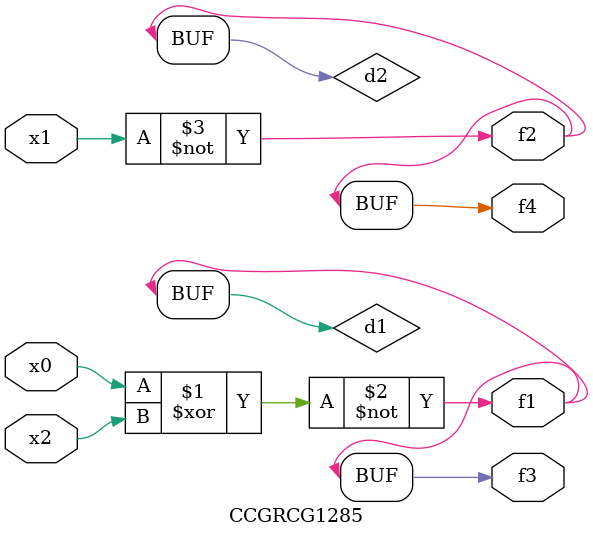
<source format=v>
module CCGRCG1285(
	input x0, x1, x2,
	output f1, f2, f3, f4
);

	wire d1, d2, d3;

	xnor (d1, x0, x2);
	nand (d2, x1);
	nor (d3, x1, x2);
	assign f1 = d1;
	assign f2 = d2;
	assign f3 = d1;
	assign f4 = d2;
endmodule

</source>
